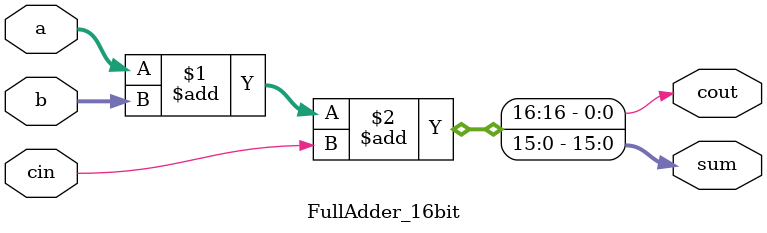
<source format=v>
module FullAdder_16bit(
    input [15:0] a,
    input [15:0] b,
    input cin,
    output [15:0] sum,
    output cout
);

assign {cout,sum} = a+b+cin;

endmodule

</source>
